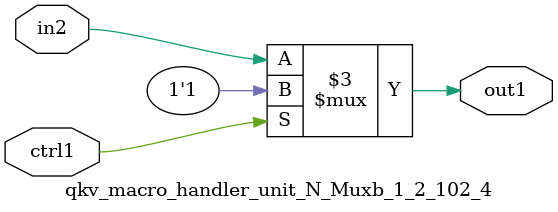
<source format=v>

`timescale 1ps / 1ps


module qkv_macro_handler_unit_N_Muxb_1_2_102_4( in2, ctrl1, out1 );

    input in2;
    input ctrl1;
    output out1;
    reg out1;

    
    // rtl_process:qkv_macro_handler_unit_N_Muxb_1_2_102_4/qkv_macro_handler_unit_N_Muxb_1_2_102_4_thread_1
    always @*
      begin : qkv_macro_handler_unit_N_Muxb_1_2_102_4_thread_1
        case (ctrl1) 
          1'b1: 
            begin
              out1 = 1'b1;
            end
          default: 
            begin
              out1 = in2;
            end
        endcase
      end

endmodule





</source>
